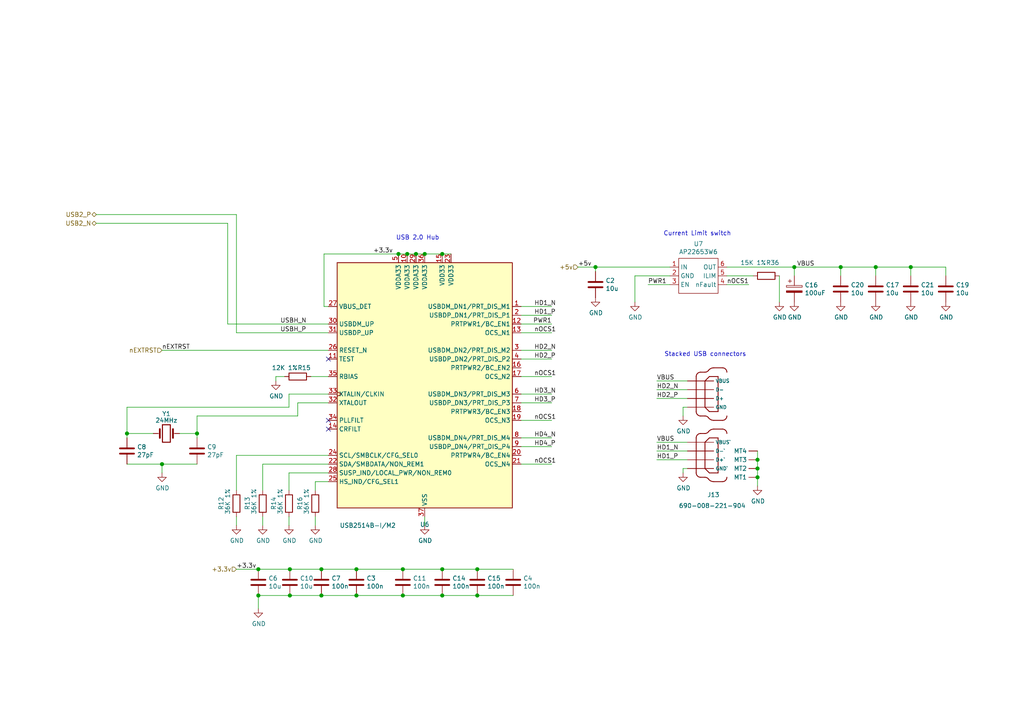
<source format=kicad_sch>
(kicad_sch (version 20210621) (generator eeschema)
  (paper "A4")
  (title_block (title "Compute Module 4 IO Board - USB") (rev "1") (company "(c) Raspberry Pi Trading 2020") (comment 1 "www.raspberrypi.org"))
  (lib_symbols
    (symbol "CM4IO:AP2553W6"
      (property "Reference" "U" (at 3.81 -6.35 0))
      (property "Value" "AP2553W6" (at -3.81 -6.35 0))
      (symbol "AP2553W6_0_0"
        (pin power_in line (at -8.89 2.54 0) (length 2.54) (name "IN") (number "1"))
        (pin power_out line (at -8.89 0 0) (length 2.54) (name "GND") (number "2"))
        (pin input line (at -8.89 -2.54 0) (length 2.54) (name "EN") (number "3"))
        (pin open_collector line (at 7.62 -2.54 180) (length 2.54) (name "nFault") (number "4"))
        (pin passive line (at 7.62 0 180) (length 2.54) (name "ILIM") (number "5"))
        (pin power_out line (at 7.62 2.54 180) (length 2.54) (name "OUT") (number "6"))
      )
      (symbol "AP2553W6_0_1"
        (rectangle (start -6.35 5.08) (end 5.08 -5.08))
      )
    )
    (symbol "CM4IO:USB_67298-4090" (pin_numbers hide)
      (property "Reference" "J" (at -5.08 21.6408 0))
      (property "Value" "USB_67298-4090" (at -5.08 -17.8054 0))
      (symbol "USB_67298-4090_0_0"
        (arc (start -5.08 -11.43) (end -3.81 -12.7) (radius (at -3.81 -11.43) (length 1.27) (angles 180 -90)) (stroke (width 0.254)))
        (arc (start -5.08 -1.27) (end -3.81 0) (radius (at -3.81 -1.27) (length 1.27) (angles 180 90)) (stroke (width 0.254)))
        (arc (start -5.08 6.35) (end -3.81 5.08) (radius (at -3.81 6.35) (length 1.27) (angles 180 -90)) (stroke (width 0.254)))
        (arc (start -5.08 16.51) (end -3.81 17.78) (radius (at -3.81 16.51) (length 1.27) (angles 180 90)) (stroke (width 0.254)))
        (arc (start -2.54 -12.7) (end -1.524 -13.208) (radius (at -2.54 -13.97) (length 1.27) (angles -143 -90)) (stroke (width 0.254)))
        (arc (start -2.54 0) (end -1.524 0.508) (radius (at -2.54 1.27) (length 1.27) (angles -90 -37)) (stroke (width 0.254)))
        (arc (start -2.54 5.08) (end -1.524 4.572) (radius (at -2.54 3.81) (length 1.27) (angles -143 -90)) (stroke (width 0.254)))
        (arc (start -2.54 17.78) (end -1.524 18.288) (radius (at -2.54 19.05) (length 1.27) (angles -90 -37)) (stroke (width 0.254)))
        (arc (start -1.524 -13.208) (end 0 -13.97) (radius (at 0 -12.065) (length 1.905) (angles -143 -90)) (stroke (width 0.254)))
        (arc (start -1.524 0.508) (end 0 1.27) (radius (at 0 -0.635) (length 1.905) (angles -90 -37)) (stroke (width 0.254)))
        (arc (start -1.524 4.572) (end 0 3.81) (radius (at 0 5.715) (length 1.905) (angles -143 -90)) (stroke (width 0.254)))
        (arc (start -1.524 18.288) (end 0 19.05) (radius (at 0 17.145) (length 1.905) (angles -90 -37)) (stroke (width 0.254)))
        (arc (start 2.54 -13.97) (end 3.81 -12.7) (radius (at 2.54 -12.7) (length 1.27) (angles -90 0)) (stroke (width 0.254)))
        (arc (start 2.54 1.27) (end 3.81 0) (radius (at 2.54 0) (length 1.27) (angles 90 0)) (stroke (width 0.254)))
        (arc (start 2.54 3.81) (end 3.81 5.08) (radius (at 2.54 5.08) (length 1.27) (angles -90 0)) (stroke (width 0.254)))
        (arc (start 2.54 19.05) (end 3.81 17.78) (radius (at 2.54 17.78) (length 1.27) (angles 90 0)) (stroke (width 0.254)))
        (polyline (pts (xy -5.08 -1.27) (xy -5.08 -11.43)) (stroke (width 0.254)))
        (polyline (pts (xy -5.08 16.51) (xy -5.08 6.35)) (stroke (width 0.254)))
        (polyline (pts (xy -3.81 -12.7) (xy -2.54 -12.7)) (stroke (width 0.254)))
        (polyline (pts (xy -3.81 0) (xy -2.54 0)) (stroke (width 0.254)))
        (polyline (pts (xy -3.81 5.08) (xy -2.54 5.08)) (stroke (width 0.254)))
        (polyline (pts (xy -3.81 17.78) (xy -2.54 17.78)) (stroke (width 0.254)))
        (polyline (pts (xy -2.54 -10.16) (xy -1.27 -11.43)) (stroke (width 0.254)))
        (polyline (pts (xy -2.54 -2.54) (xy -2.54 -10.16)) (stroke (width 0.254)))
        (polyline (pts (xy -2.54 7.62) (xy -1.27 6.35)) (stroke (width 0.254)))
        (polyline (pts (xy -2.54 15.24) (xy -2.54 7.62)) (stroke (width 0.254)))
        (polyline (pts (xy -1.27 -11.43) (xy 1.27 -11.43)) (stroke (width 0.254)))
        (polyline (pts (xy -1.27 -1.27) (xy -2.54 -2.54)) (stroke (width 0.254)))
        (polyline (pts (xy -1.27 6.35) (xy 1.27 6.35)) (stroke (width 0.254)))
        (polyline (pts (xy -1.27 16.51) (xy -2.54 15.24)) (stroke (width 0.254)))
        (polyline (pts (xy 0 -13.97) (xy 2.54 -13.97)) (stroke (width 0.254)))
        (polyline (pts (xy 0 1.27) (xy 2.54 1.27)) (stroke (width 0.254)))
        (polyline (pts (xy 0 3.81) (xy 2.54 3.81)) (stroke (width 0.254)))
        (polyline (pts (xy 0 19.05) (xy 2.54 19.05)) (stroke (width 0.254)))
        (polyline (pts (xy 1.27 -11.43) (xy 1.27 -1.27)) (stroke (width 0.254)))
        (polyline (pts (xy 1.27 -1.27) (xy -1.27 -1.27)) (stroke (width 0.254)))
        (polyline (pts (xy 1.27 6.35) (xy 1.27 16.51)) (stroke (width 0.254)))
        (polyline (pts (xy 1.27 16.51) (xy -1.27 16.51)) (stroke (width 0.254)))
        (pin power_in line (at -7.62 -2.54 0) (length 7.62) (name "VBUS`") (number "1"))
        (pin passive line (at -7.62 -5.08 0) (length 7.62) (name "D-`") (number "2"))
        (pin passive line (at -7.62 -7.62 0) (length 7.62) (name "D+`") (number "3"))
        (pin power_in line (at -7.62 -10.16 0) (length 7.62) (name "GND`") (number "4"))
        (pin power_in line (at -7.62 15.24 0) (length 7.62) (name "VBUS") (number "5"))
        (pin passive line (at -7.62 12.7 0) (length 7.62) (name "D-") (number "6"))
        (pin passive line (at -7.62 10.16 0) (length 7.62) (name "D+") (number "7"))
        (pin power_in line (at -7.62 7.62 0) (length 7.62) (name "GND") (number "8"))
        (pin passive line (at 12.7 -12.7 180) (length 2.54) (name "MT1") (number "MT1"))
        (pin passive line (at 12.7 -10.16 180) (length 2.54) (name "MT2") (number "MT2"))
        (pin passive line (at 12.7 -7.62 180) (length 2.54) (name "MT3") (number "MT3"))
        (pin passive line (at 12.7 -5.08 180) (length 2.54) (name "MT4") (number "MT4"))
      )
    )
    (symbol "Device:C" (pin_numbers hide) (pin_names (offset 0.254))
      (property "Reference" "C" (at 0.635 2.54 0))
      (property "Value" "C" (at 0.635 -2.54 0))
      (symbol "C_0_1"
        (polyline (pts (xy -2.032 -0.762) (xy 2.032 -0.762)) (stroke (width 0.508)))
        (polyline (pts (xy -2.032 0.762) (xy 2.032 0.762)) (stroke (width 0.508)))
      )
      (symbol "C_1_1"
        (pin passive line (at 0 3.81 270) (length 2.794) (name "~") (number "1"))
        (pin passive line (at 0 -3.81 90) (length 2.794) (name "~") (number "2"))
      )
    )
    (symbol "Device:CP" (pin_numbers hide) (pin_names (offset 0.254))
      (property "Reference" "C" (at 0.635 2.54 0))
      (property "Value" "CP" (at 0.635 -2.54 0))
      (symbol "CP_0_1"
        (rectangle (start -2.286 0.508) (end 2.286 1.016))
        (rectangle (start 2.286 -0.508) (end -2.286 -1.016) (fill (type outline)))
        (polyline (pts (xy -1.778 2.286) (xy -0.762 2.286)))
        (polyline (pts (xy -1.27 2.794) (xy -1.27 1.778)))
      )
      (symbol "CP_1_1"
        (pin passive line (at 0 3.81 270) (length 2.794) (name "~") (number "1"))
        (pin passive line (at 0 -3.81 90) (length 2.794) (name "~") (number "2"))
      )
    )
    (symbol "Device:Crystal" (pin_numbers hide) (pin_names hide)
      (property "Reference" "Y" (at 0 3.81 0))
      (property "Value" "Crystal" (at 0 -3.81 0))
      (symbol "Crystal_0_1"
        (rectangle (start -1.143 2.54) (end 1.143 -2.54) (stroke (width 0.3048)))
        (polyline (pts (xy -2.54 0) (xy -1.905 0)))
        (polyline (pts (xy -1.905 -1.27) (xy -1.905 1.27)) (stroke (width 0.508)))
        (polyline (pts (xy 1.905 -1.27) (xy 1.905 1.27)) (stroke (width 0.508)))
        (polyline (pts (xy 2.54 0) (xy 1.905 0)))
      )
      (symbol "Crystal_1_1"
        (pin passive line (at -3.81 0 0) (length 1.27) (name "1") (number "1"))
        (pin passive line (at 3.81 0 180) (length 1.27) (name "2") (number "2"))
      )
    )
    (symbol "Device:R" (pin_numbers hide) (pin_names (offset 0))
      (property "Reference" "R" (at 2.032 0 90))
      (property "Value" "R" (at 0 0 90))
      (symbol "R_0_1"
        (rectangle (start -1.016 -2.54) (end 1.016 2.54) (stroke (width 0.254)))
      )
      (symbol "R_1_1"
        (pin passive line (at 0 3.81 270) (length 1.27) (name "~") (number "1"))
        (pin passive line (at 0 -3.81 90) (length 1.27) (name "~") (number "2"))
      )
    )
    (symbol "Interface_USB:USB2514B_Bi"
      (property "Reference" "U" (at -17.78 40.64 0))
      (property "Value" "USB2514B_Bi" (at -20.32 38.1 0))
      (symbol "USB2514B_Bi_0_1"
        (rectangle (start -25.4 35.56) (end 25.4 -35.56) (stroke (width 0.254)) (fill (type background)))
      )
      (symbol "USB2514B_Bi_1_1"
        (pin bidirectional line (at 27.94 22.86 180) (length 2.54) (name "USBDM_DN1/PRT_DIS_M1") (number "1"))
        (pin power_in line (at -5.08 38.1 270) (length 2.54) (name "VDDA33") (number "10"))
        (pin input line (at -27.94 7.62 0) (length 2.54) (name "TEST") (number "11"))
        (pin bidirectional line (at 27.94 17.78 180) (length 2.54) (name "PRTPWR1/BC_EN1") (number "12"))
        (pin input line (at 27.94 15.24 180) (length 2.54) (name "OCS_N1") (number "13"))
        (pin input line (at -27.94 -12.7 0) (length 2.54) (name "CRFILT") (number "14"))
        (pin power_in line (at 5.08 38.1 270) (length 2.54) (name "VDD33") (number "15"))
        (pin bidirectional line (at 27.94 5.08 180) (length 2.54) (name "PRTPWR2/BC_EN2") (number "16"))
        (pin input line (at 27.94 2.54 180) (length 2.54) (name "OCS_N2") (number "17"))
        (pin bidirectional line (at 27.94 -7.62 180) (length 2.54) (name "PRTPWR3/BC_EN3") (number "18"))
        (pin input line (at 27.94 -10.16 180) (length 2.54) (name "OCS_N3") (number "19"))
        (pin bidirectional line (at 27.94 20.32 180) (length 2.54) (name "USBDP_DN1/PRT_DIS_P1") (number "2"))
        (pin bidirectional line (at 27.94 -20.32 180) (length 2.54) (name "PRTPWR4/BC_EN4") (number "20"))
        (pin input line (at 27.94 -22.86 180) (length 2.54) (name "OCS_N4") (number "21"))
        (pin bidirectional line (at -27.94 -22.86 0) (length 2.54) (name "SDA/SMBDATA/NON_REM1") (number "22"))
        (pin power_in line (at 7.62 38.1 270) (length 2.54) (name "VDD33") (number "23"))
        (pin bidirectional line (at -27.94 -20.32 0) (length 2.54) (name "SCL/SMBCLK/CFG_SEL0") (number "24"))
        (pin bidirectional line (at -27.94 -27.94 0) (length 2.54) (name "HS_IND/CFG_SEL1") (number "25"))
        (pin input line (at -27.94 10.16 0) (length 2.54) (name "RESET_N") (number "26"))
        (pin input line (at -27.94 22.86 0) (length 2.54) (name "VBUS_DET") (number "27"))
        (pin bidirectional line (at -27.94 -25.4 0) (length 2.54) (name "SUSP_IND/LOCAL_PWR/NON_REM0") (number "28"))
        (pin power_in line (at -2.54 38.1 270) (length 2.54) (name "VDDA33") (number "29"))
        (pin bidirectional line (at 27.94 10.16 180) (length 2.54) (name "USBDM_DN2/PRT_DIS_M2") (number "3"))
        (pin bidirectional line (at -27.94 17.78 0) (length 2.54) (name "USBDM_UP") (number "30"))
        (pin bidirectional line (at -27.94 15.24 0) (length 2.54) (name "USBDP_UP") (number "31"))
        (pin output line (at -27.94 -5.08 0) (length 2.54) (name "XTALOUT") (number "32"))
        (pin input clock (at -27.94 -2.54 0) (length 2.54) (name "XTALIN/CLKIN") (number "33"))
        (pin input line (at -27.94 -10.16 0) (length 2.54) (name "PLLFILT") (number "34"))
        (pin input line (at -27.94 2.54 0) (length 2.54) (name "RBIAS") (number "35"))
        (pin power_in line (at 0 38.1 270) (length 2.54) (name "VDDA33") (number "36"))
        (pin power_in line (at 0 -38.1 90) (length 2.54) (name "VSS") (number "37"))
        (pin bidirectional line (at 27.94 7.62 180) (length 2.54) (name "USBDP_DN2/PRT_DIS_P2") (number "4"))
        (pin power_in line (at -7.62 38.1 270) (length 2.54) (name "VDDA33") (number "5"))
        (pin bidirectional line (at 27.94 -2.54 180) (length 2.54) (name "USBDM_DN3/PRT_DIS_M3") (number "6"))
        (pin bidirectional line (at 27.94 -5.08 180) (length 2.54) (name "USBDP_DN3/PRT_DIS_P3") (number "7"))
        (pin bidirectional line (at 27.94 -15.24 180) (length 2.54) (name "USBDM_DN4/PRT_DIS_M4") (number "8"))
        (pin bidirectional line (at 27.94 -17.78 180) (length 2.54) (name "USBDP_DN4/PRT_DIS_P4") (number "9"))
      )
    )
    (symbol "power:GND" (power) (pin_names (offset 0))
      (property "Value" "GND" (at 0 -3.81 0))
      (symbol "GND_0_1"
        (polyline (pts (xy 0 0) (xy 0 -1.27) (xy 1.27 -1.27) (xy 0 -2.54) (xy -1.27 -1.27) (xy 0 -1.27)))
      )
      (symbol "GND_1_1"
        (pin power_in line (at 0 0 270) (length 0) hide (name "GND") (number "1"))
      )
    )
  )
  (junction (at 36.83 125.73) (diameter 1.016))
  (junction (at 46.99 134.62) (diameter 1.016))
  (junction (at 57.15 125.73) (diameter 1.016))
  (junction (at 74.93 165.1) (diameter 1.016))
  (junction (at 74.93 172.72) (diameter 1.016))
  (junction (at 84.074 165.1) (diameter 1.016))
  (junction (at 84.074 172.72) (diameter 1.016))
  (junction (at 93.218 165.1) (diameter 1.016))
  (junction (at 93.218 172.72) (diameter 1.016))
  (junction (at 103.378 165.1) (diameter 1.016))
  (junction (at 103.378 172.72) (diameter 1.016))
  (junction (at 115.57 73.66) (diameter 1.016))
  (junction (at 116.84 165.1) (diameter 1.016))
  (junction (at 116.84 172.72) (diameter 1.016))
  (junction (at 118.11 73.66) (diameter 1.016))
  (junction (at 120.65 73.66) (diameter 1.016))
  (junction (at 123.19 73.66) (diameter 1.016))
  (junction (at 128.27 73.66) (diameter 1.016))
  (junction (at 128.27 165.1) (diameter 1.016))
  (junction (at 128.27 172.72) (diameter 1.016))
  (junction (at 138.43 165.1) (diameter 1.016))
  (junction (at 138.43 172.72) (diameter 1.016))
  (junction (at 172.72 77.47) (diameter 1.016))
  (junction (at 219.71 133.35) (diameter 1.016))
  (junction (at 219.71 135.89) (diameter 1.016))
  (junction (at 219.71 138.43) (diameter 1.016))
  (junction (at 230.378 77.47) (diameter 1.016))
  (junction (at 243.84 77.47) (diameter 1.016))
  (junction (at 254 77.47) (diameter 1.016))
  (junction (at 264.16 77.47) (diameter 1.016))
  (no_connect (at 95.25 104.14))
  (no_connect (at 95.25 121.92))
  (no_connect (at 95.25 124.46))
  (wire (pts (xy 27.94 62.23) (xy 68.58 62.23)))
  (wire (pts (xy 27.94 64.77) (xy 66.04 64.77)))
  (wire (pts (xy 36.83 118.11) (xy 36.83 125.73)))
  (wire (pts (xy 36.83 125.73) (xy 44.45 125.73)))
  (wire (pts (xy 36.83 127) (xy 36.83 125.73)))
  (wire (pts (xy 36.83 134.62) (xy 46.99 134.62)))
  (wire (pts (xy 46.99 101.6) (xy 95.25 101.6)))
  (wire (pts (xy 46.99 134.62) (xy 46.99 137.16)))
  (wire (pts (xy 46.99 134.62) (xy 57.15 134.62)))
  (wire (pts (xy 52.07 125.73) (xy 57.15 125.73)))
  (wire (pts (xy 57.15 120.65) (xy 57.15 125.73)))
  (wire (pts (xy 57.15 125.73) (xy 57.15 127)))
  (wire (pts (xy 66.04 93.98) (xy 66.04 64.77)))
  (wire (pts (xy 66.04 93.98) (xy 95.25 93.98)))
  (wire (pts (xy 68.58 62.23) (xy 68.58 96.52)))
  (wire (pts (xy 68.58 96.52) (xy 95.25 96.52)))
  (wire (pts (xy 68.58 132.08) (xy 95.25 132.08)))
  (wire (pts (xy 68.58 142.24) (xy 68.58 132.08)))
  (wire (pts (xy 68.58 149.86) (xy 68.58 152.4)))
  (wire (pts (xy 68.58 165.1) (xy 74.93 165.1)))
  (wire (pts (xy 74.93 165.1) (xy 84.074 165.1)))
  (wire (pts (xy 74.93 172.72) (xy 84.074 172.72)))
  (wire (pts (xy 74.93 176.53) (xy 74.93 172.72)))
  (wire (pts (xy 76.2 134.62) (xy 95.25 134.62)))
  (wire (pts (xy 76.2 142.24) (xy 76.2 134.62)))
  (wire (pts (xy 76.2 149.86) (xy 76.2 152.4)))
  (wire (pts (xy 80.01 109.22) (xy 80.01 110.49)))
  (wire (pts (xy 82.55 109.22) (xy 80.01 109.22)))
  (wire (pts (xy 83.82 114.3) (xy 83.82 118.11)))
  (wire (pts (xy 83.82 114.3) (xy 95.25 114.3)))
  (wire (pts (xy 83.82 118.11) (xy 36.83 118.11)))
  (wire (pts (xy 83.82 137.16) (xy 95.25 137.16)))
  (wire (pts (xy 83.82 142.24) (xy 83.82 137.16)))
  (wire (pts (xy 83.82 149.86) (xy 83.82 152.4)))
  (wire (pts (xy 84.074 165.1) (xy 93.218 165.1)))
  (wire (pts (xy 84.074 172.72) (xy 93.218 172.72)))
  (wire (pts (xy 86.36 116.84) (xy 86.36 120.65)))
  (wire (pts (xy 86.36 120.65) (xy 57.15 120.65)))
  (wire (pts (xy 90.17 109.22) (xy 95.25 109.22)))
  (wire (pts (xy 91.44 139.7) (xy 95.25 139.7)))
  (wire (pts (xy 91.44 142.24) (xy 91.44 139.7)))
  (wire (pts (xy 91.44 149.86) (xy 91.44 152.4)))
  (wire (pts (xy 93.218 165.1) (xy 103.378 165.1)))
  (wire (pts (xy 93.218 172.72) (xy 103.378 172.72)))
  (wire (pts (xy 93.98 73.66) (xy 115.57 73.66)))
  (wire (pts (xy 93.98 88.9) (xy 93.98 73.66)))
  (wire (pts (xy 95.25 88.9) (xy 93.98 88.9)))
  (wire (pts (xy 95.25 116.84) (xy 86.36 116.84)))
  (wire (pts (xy 103.378 165.1) (xy 116.84 165.1)))
  (wire (pts (xy 103.378 172.72) (xy 116.84 172.72)))
  (wire (pts (xy 115.57 73.66) (xy 118.11 73.66)))
  (wire (pts (xy 116.84 165.1) (xy 128.27 165.1)))
  (wire (pts (xy 116.84 172.72) (xy 128.27 172.72)))
  (wire (pts (xy 118.11 73.66) (xy 120.65 73.66)))
  (wire (pts (xy 120.65 73.66) (xy 123.19 73.66)))
  (wire (pts (xy 123.19 73.66) (xy 128.27 73.66)))
  (wire (pts (xy 123.19 149.86) (xy 123.19 152.4)))
  (wire (pts (xy 128.27 73.66) (xy 130.81 73.66)))
  (wire (pts (xy 128.27 165.1) (xy 138.43 165.1)))
  (wire (pts (xy 128.27 172.72) (xy 138.43 172.72)))
  (wire (pts (xy 138.43 165.1) (xy 148.844 165.1)))
  (wire (pts (xy 138.43 172.72) (xy 148.844 172.72)))
  (wire (pts (xy 151.13 88.9) (xy 160.02 88.9)))
  (wire (pts (xy 151.13 91.44) (xy 160.02 91.44)))
  (wire (pts (xy 151.13 93.98) (xy 160.02 93.98)))
  (wire (pts (xy 151.13 96.52) (xy 160.02 96.52)))
  (wire (pts (xy 151.13 101.6) (xy 160.02 101.6)))
  (wire (pts (xy 151.13 104.14) (xy 160.02 104.14)))
  (wire (pts (xy 151.13 109.22) (xy 160.02 109.22)))
  (wire (pts (xy 151.13 114.3) (xy 160.02 114.3)))
  (wire (pts (xy 151.13 116.84) (xy 160.02 116.84)))
  (wire (pts (xy 151.13 121.92) (xy 160.02 121.92)))
  (wire (pts (xy 151.13 127) (xy 160.02 127)))
  (wire (pts (xy 151.13 129.54) (xy 160.02 129.54)))
  (wire (pts (xy 151.13 134.62) (xy 160.02 134.62)))
  (wire (pts (xy 167.64 77.47) (xy 172.72 77.47)))
  (wire (pts (xy 172.72 77.47) (xy 194.31 77.47)))
  (wire (pts (xy 172.72 78.74) (xy 172.72 77.47)))
  (wire (pts (xy 184.15 80.01) (xy 184.15 87.63)))
  (wire (pts (xy 187.96 82.55) (xy 194.31 82.55)))
  (wire (pts (xy 190.5 110.49) (xy 199.39 110.49)))
  (wire (pts (xy 190.5 113.03) (xy 199.39 113.03)))
  (wire (pts (xy 190.5 115.57) (xy 199.39 115.57)))
  (wire (pts (xy 190.5 128.27) (xy 199.39 128.27)))
  (wire (pts (xy 190.5 130.81) (xy 199.39 130.81)))
  (wire (pts (xy 190.5 133.35) (xy 199.39 133.35)))
  (wire (pts (xy 194.31 80.01) (xy 184.15 80.01)))
  (wire (pts (xy 198.12 118.11) (xy 198.12 120.65)))
  (wire (pts (xy 198.12 135.89) (xy 198.12 137.16)))
  (wire (pts (xy 199.39 118.11) (xy 198.12 118.11)))
  (wire (pts (xy 199.39 135.89) (xy 198.12 135.89)))
  (wire (pts (xy 210.82 77.47) (xy 230.378 77.47)))
  (wire (pts (xy 210.82 80.01) (xy 218.44 80.01)))
  (wire (pts (xy 210.82 82.55) (xy 217.17 82.55)))
  (wire (pts (xy 219.71 130.81) (xy 219.71 133.35)))
  (wire (pts (xy 219.71 133.35) (xy 219.71 135.89)))
  (wire (pts (xy 219.71 135.89) (xy 219.71 138.43)))
  (wire (pts (xy 219.71 138.43) (xy 219.71 140.97)))
  (wire (pts (xy 226.06 80.01) (xy 226.06 87.63)))
  (wire (pts (xy 230.378 77.47) (xy 230.378 80.01)))
  (wire (pts (xy 230.378 77.47) (xy 243.84 77.47)))
  (wire (pts (xy 243.84 77.47) (xy 254 77.47)))
  (wire (pts (xy 243.84 80.01) (xy 243.84 77.47)))
  (wire (pts (xy 254 77.47) (xy 254 80.01)))
  (wire (pts (xy 254 77.47) (xy 264.16 77.47)))
  (wire (pts (xy 264.16 77.47) (xy 264.16 80.01)))
  (wire (pts (xy 264.16 77.47) (xy 274.32 77.47)))
  (wire (pts (xy 274.32 80.01) (xy 274.32 77.47)))
  (text "USB 2.0 Hub" (at 127.4318 69.7992 180) (effects (font (size 1.27 1.27)) (justify right bottom)))
  (text "Current Limit switch" (at 212.09 68.58 180) (effects (font (size 1.27 1.27)) (justify right bottom)))
  (text "Stacked USB connectors" (at 216.4588 103.5812 180) (effects (font (size 1.27 1.27)) (justify right bottom)))
  (label "nEXTRST" (at 46.99 101.6 0))
  (label "+3.3v" (at 68.58 165.1 0))
  (label "USBH_N" (at 81.28 93.98 0))
  (label "USBH_P" (at 81.28 96.52 0))
  (label "+3.3v" (at 108.204 73.66 0))
  (label "HD1_N" (at 154.94 88.9 0))
  (label "HD1_P" (at 154.94 91.44 0))
  (label "nOCS1" (at 154.94 96.52 0))
  (label "HD2_N" (at 154.94 101.6 0))
  (label "HD2_P" (at 154.94 104.14 0))
  (label "nOCS1" (at 154.94 109.22 0))
  (label "HD3_N" (at 154.94 114.3 0))
  (label "HD3_P" (at 154.94 116.84 0))
  (label "nOCS1" (at 154.94 121.92 0))
  (label "HD4_N" (at 154.94 127 0))
  (label "HD4_P" (at 154.94 129.54 0))
  (label "nOCS1" (at 154.94 134.62 0))
  (label "PWR1" (at 160.02 93.98 180))
  (label "+5v" (at 167.64 77.47 0))
  (label "PWR1" (at 187.96 82.55 0))
  (label "VBUS" (at 190.5 110.49 0))
  (label "HD2_N" (at 190.5 113.03 0))
  (label "HD2_P" (at 190.5 115.57 0))
  (label "VBUS" (at 190.5 128.27 0))
  (label "HD1_N" (at 190.5 130.81 0))
  (label "HD1_P" (at 190.5 133.35 0))
  (label "nOCS1" (at 210.82 82.55 0))
  (label "VBUS" (at 231.14 77.47 0))
  (hierarchical_label "USB2_P" (shape bidirectional) (at 27.94 62.23 180))
  (hierarchical_label "USB2_N" (shape bidirectional) (at 27.94 64.77 180))
  (hierarchical_label "nEXTRST" (shape input) (at 46.99 101.6 180))
  (hierarchical_label "+3.3v" (shape input) (at 68.58 165.1 180))
  (hierarchical_label "+5v" (shape input) (at 167.64 77.47 180))
  (symbol (lib_id "power:GND") (at 46.99 137.16 0) (unit 1)
    (property "Reference" "#PWR07" (effects hide))
    (property "Value" "GND" (at 47.117 141.5542 0))
  )
  (symbol (lib_id "power:GND") (at 68.58 152.4 0) (unit 1)
    (property "Reference" "#PWR08" (effects hide))
    (property "Value" "GND" (at 68.707 156.7942 0))
  )
  (symbol (lib_id "power:GND") (at 74.93 176.53 0) (unit 1)
    (property "Reference" "#PWR06" (effects hide))
    (property "Value" "GND" (at 75.057 180.9242 0))
  )
  (symbol (lib_id "power:GND") (at 76.2 152.4 0) (unit 1)
    (property "Reference" "#PWR09" (effects hide))
    (property "Value" "GND" (at 76.327 156.7942 0))
  )
  (symbol (lib_id "power:GND") (at 80.01 110.49 0) (unit 1)
    (property "Reference" "#PWR010" (effects hide))
    (property "Value" "GND" (at 80.137 114.8842 0))
  )
  (symbol (lib_id "power:GND") (at 83.82 152.4 0) (unit 1)
    (property "Reference" "#PWR011" (effects hide))
    (property "Value" "GND" (at 83.947 156.7942 0))
  )
  (symbol (lib_id "power:GND") (at 91.44 152.4 0) (unit 1)
    (property "Reference" "#PWR012" (effects hide))
    (property "Value" "GND" (at 91.567 156.7942 0))
  )
  (symbol (lib_id "power:GND") (at 123.19 152.4 0) (unit 1)
    (property "Reference" "#PWR0142" (effects hide))
    (property "Value" "GND" (at 123.317 156.7942 0))
  )
  (symbol (lib_id "power:GND") (at 172.72 86.36 0) (unit 1)
    (property "Reference" "#PWR017" (effects hide))
    (property "Value" "GND" (at 172.847 90.7542 0))
  )
  (symbol (lib_id "power:GND") (at 184.15 87.63 0) (unit 1)
    (property "Reference" "#PWR014" (effects hide))
    (property "Value" "GND" (at 184.277 92.0242 0))
  )
  (symbol (lib_id "power:GND") (at 198.12 120.65 0) (unit 1)
    (property "Reference" "#PWR023" (effects hide))
    (property "Value" "GND" (at 198.247 125.0442 0))
  )
  (symbol (lib_id "power:GND") (at 198.12 137.16 0) (unit 1)
    (property "Reference" "#PWR024" (effects hide))
    (property "Value" "GND" (at 198.247 141.5542 0))
  )
  (symbol (lib_id "power:GND") (at 219.71 140.97 0) (unit 1)
    (property "Reference" "#PWR0114" (effects hide))
    (property "Value" "GND" (at 219.837 145.3642 0))
  )
  (symbol (lib_id "power:GND") (at 226.06 87.63 0) (unit 1)
    (property "Reference" "#PWR019" (effects hide))
    (property "Value" "GND" (at 226.187 92.0242 0))
  )
  (symbol (lib_id "power:GND") (at 230.378 87.63 0) (unit 1)
    (property "Reference" "#PWR01" (effects hide))
    (property "Value" "GND" (at 230.505 92.0242 0))
  )
  (symbol (lib_id "power:GND") (at 243.84 87.63 0) (unit 1)
    (property "Reference" "#PWR021" (effects hide))
    (property "Value" "GND" (at 243.967 92.0242 0))
  )
  (symbol (lib_id "power:GND") (at 254 87.63 0) (unit 1)
    (property "Reference" "#PWR018" (effects hide))
    (property "Value" "GND" (at 254.127 92.0242 0))
  )
  (symbol (lib_id "power:GND") (at 264.16 87.63 0) (unit 1)
    (property "Reference" "#PWR049" (effects hide))
    (property "Value" "GND" (at 264.287 92.0242 0))
  )
  (symbol (lib_id "power:GND") (at 274.32 87.63 0) (unit 1)
    (property "Reference" "#PWR050" (effects hide))
    (property "Value" "GND" (at 274.447 92.0242 0))
  )
  (symbol (lib_id "Device:R") (at 68.58 146.05 0) (unit 1)
    (property "Reference" "R12" (at 64.135 147.955 90) (effects (justify left)))
    (property "Value" "36K 1%" (at 66.04 149.225 90) (effects (justify left)))
    (property "Footprint" "Resistor_SMD:R_0402_1005Metric" (effects hide))
    (property "Datasheet" "https://fscdn.rohm.com/en/products/databook/datasheet/passive/resistor/chip_resistor/mcr-e.pdf" (effects hide))
    (property "Field4" "Farnell" (effects hide))
    (property "Field5" "1458788" (effects hide))
    (property "Field7" "Rohm" (effects hide))
    (property "Field6" "MCR01MZPF3602" (effects hide))
    (property "Part Description" "Resistor 36K M1005 1% 63mW" (effects hide))
  )
  (symbol (lib_id "Device:R") (at 76.2 146.05 0) (unit 1)
    (property "Reference" "R13" (at 71.755 147.955 90) (effects (justify left)))
    (property "Value" "36K 1%" (at 73.66 149.225 90) (effects (justify left)))
    (property "Footprint" "Resistor_SMD:R_0402_1005Metric" (effects hide))
    (property "Datasheet" "https://fscdn.rohm.com/en/products/databook/datasheet/passive/resistor/chip_resistor/mcr-e.pdf" (effects hide))
    (property "Field4" "Farnell" (effects hide))
    (property "Field5" "1458788" (effects hide))
    (property "Field7" "Rohm" (effects hide))
    (property "Field6" "MCR01MZPF3602" (effects hide))
    (property "Part Description" "Resistor 36K M1005 1% 63mW" (effects hide))
  )
  (symbol (lib_id "Device:R") (at 83.82 146.05 0) (unit 1)
    (property "Reference" "R14" (at 79.375 147.955 90) (effects (justify left)))
    (property "Value" "36K 1%" (at 81.28 149.225 90) (effects (justify left)))
    (property "Footprint" "Resistor_SMD:R_0402_1005Metric" (effects hide))
    (property "Datasheet" "https://fscdn.rohm.com/en/products/databook/datasheet/passive/resistor/chip_resistor/mcr-e.pdf" (effects hide))
    (property "Field4" "Farnell" (effects hide))
    (property "Field5" "1458788" (effects hide))
    (property "Field7" "Rohm" (effects hide))
    (property "Field6" "MCR01MZPF3602" (effects hide))
    (property "Part Description" "Resistor 36K M1005 1% 63mW" (effects hide))
  )
  (symbol (lib_id "Device:R") (at 86.36 109.22 90) (unit 1)
    (property "Reference" "R15" (at 90.17 106.68 90) (effects (justify left)))
    (property "Value" "12K 1%" (at 86.36 106.68 90) (effects (justify left)))
    (property "Footprint" "Resistor_SMD:R_0402_1005Metric" (effects hide))
    (property "Datasheet" "https://fscdn.rohm.com/en/products/databook/datasheet/passive/resistor/chip_resistor/mcr-e.pdf" (effects hide))
    (property "Field4" "Farnell" (effects hide))
    (property "Field5" "9239367" (effects hide))
    (property "Field7" "Rohm" (effects hide))
    (property "Field6" "MCR01MZPF1202" (effects hide))
    (property "Part Description" "Resistor 12K M1005 1% 63mW" (effects hide))
  )
  (symbol (lib_id "Device:R") (at 91.44 146.05 0) (unit 1)
    (property "Reference" "R16" (at 86.995 147.955 90) (effects (justify left)))
    (property "Value" "36K 1%" (at 88.9 149.225 90) (effects (justify left)))
    (property "Footprint" "Resistor_SMD:R_0402_1005Metric" (effects hide))
    (property "Datasheet" "https://fscdn.rohm.com/en/products/databook/datasheet/passive/resistor/chip_resistor/mcr-e.pdf" (effects hide))
    (property "Field4" "Farnell" (effects hide))
    (property "Field5" "1458788" (effects hide))
    (property "Field7" "Rohm" (effects hide))
    (property "Field6" "MCR01MZPF3602" (effects hide))
    (property "Part Description" "Resistor 36K M1005 1% 63mW" (effects hide))
  )
  (symbol (lib_id "Device:R") (at 222.25 80.01 90) (unit 1)
    (property "Reference" "R36" (at 226.06 76.2 90) (effects (justify left)))
    (property "Value" "15K 1%" (at 222.25 76.2 90) (effects (justify left)))
    (property "Footprint" "Resistor_SMD:R_0402_1005Metric" (effects hide))
    (property "Datasheet" "https://fscdn.rohm.com/en/products/databook/datasheet/passive/resistor/chip_resistor/mcr-e.pdf" (effects hide))
    (property "Field4" "Farnell" (effects hide))
    (property "Field5" "9239375" (effects hide))
    (property "Field6" "MCR01MZPF1502" (effects hide))
    (property "Field7" "Rohm" (effects hide))
    (property "Part Description" "Resistor 15K M1005 1% 63mW" (effects hide))
    (property "Field8" "120891581" (effects hide))
  )
  (symbol (lib_id "Device:C") (at 36.83 130.81 0) (unit 1)
    (property "Reference" "C8" (at 39.751 129.6416 0) (effects (justify left)))
    (property "Value" "27pF" (at 39.751 131.953 0) (effects (justify left)))
    (property "Footprint" "Capacitor_SMD:C_0402_1005Metric" (effects hide))
    (property "Datasheet" "https://search.murata.co.jp/Ceramy/image/img/A01X/G101/ENG/GJM1555C1H270JB01-01.pdf" (effects hide))
    (property "Field8" "UCAP00738 " (effects hide))
    (property "Field5" "490-17672-1-ND" (effects hide))
    (property "Field6" "GJM1555C1H270JB01D" (effects hide))
    (property "Field7" "Murata" (effects hide))
    (property "Part Description" "	27pF 5% 50V Ceramic Capacitor C0G, NP0 0402 (1005 Metric)" (effects hide))
    (property "Field4" "Digikey" (effects hide))
  )
  (symbol (lib_id "Device:C") (at 57.15 130.81 0) (unit 1)
    (property "Reference" "C9" (at 60.071 129.6416 0) (effects (justify left)))
    (property "Value" "27pF" (at 60.071 131.953 0) (effects (justify left)))
    (property "Footprint" "Capacitor_SMD:C_0402_1005Metric" (effects hide))
    (property "Datasheet" "https://search.murata.co.jp/Ceramy/image/img/A01X/G101/ENG/GJM1555C1H270JB01-01.pdf" (effects hide))
    (property "Field8" "UCAP00738 " (effects hide))
    (property "Field5" "490-17672-1-ND" (effects hide))
    (property "Field6" "GJM1555C1H270JB01D" (effects hide))
    (property "Field7" "Murata" (effects hide))
    (property "Part Description" "	27pF 5% 50V Ceramic Capacitor C0G, NP0 0402 (1005 Metric)" (effects hide))
    (property "Field4" "Digikey" (effects hide))
  )
  (symbol (lib_id "Device:C") (at 74.93 168.91 0) (unit 1)
    (property "Reference" "C6" (at 77.851 167.7416 0) (effects (justify left)))
    (property "Value" "10u" (at 77.851 170.053 0) (effects (justify left)))
    (property "Footprint" "Capacitor_SMD:C_0805_2012Metric" (effects hide))
    (property "Datasheet" "https://search.murata.co.jp/Ceramy/image/img/A01X/G101/ENG/GRM21BR71A106KA73-01.pdf" (effects hide))
    (property "Field5" "490-14381-1-ND" (effects hide))
    (property "Field4" "Digikey" (effects hide))
    (property "Field6" "GRM21BR71A106KA73L" (effects hide))
    (property "Field7" "Murata" (effects hide))
    (property "Part Description" "	10uF 10% 10V Ceramic Capacitor X7R 0805 (2012 Metric)" (effects hide))
    (property "Field8" "111893011" (effects hide))
  )
  (symbol (lib_id "Device:C") (at 84.074 168.91 0) (unit 1)
    (property "Reference" "C10" (at 86.995 167.7416 0) (effects (justify left)))
    (property "Value" "10u" (at 86.995 170.053 0) (effects (justify left)))
    (property "Footprint" "Capacitor_SMD:C_0805_2012Metric" (effects hide))
    (property "Datasheet" "https://search.murata.co.jp/Ceramy/image/img/A01X/G101/ENG/GRM21BR71A106KA73-01.pdf" (effects hide))
    (property "Field5" "490-14381-1-ND" (effects hide))
    (property "Field4" "Digikey" (effects hide))
    (property "Field6" "GRM21BR71A106KA73L" (effects hide))
    (property "Field7" "Murata" (effects hide))
    (property "Part Description" "	10uF 10% 10V Ceramic Capacitor X7R 0805 (2012 Metric)" (effects hide))
    (property "Field8" "111893011" (effects hide))
  )
  (symbol (lib_id "Device:C") (at 93.218 168.91 0) (unit 1)
    (property "Reference" "C7" (at 96.139 167.7416 0) (effects (justify left)))
    (property "Value" "100n" (at 96.139 170.053 0) (effects (justify left)))
    (property "Footprint" "Capacitor_SMD:C_0402_1005Metric" (effects hide))
    (property "Datasheet" "https://search.murata.co.jp/Ceramy/image/img/A01X/G101/ENG/GRM155R71C104KA88-01.pdf" (effects hide))
    (property "Field4" "Farnell" (effects hide))
    (property "Field5" "2611911" (effects hide))
    (property "Field6" "RM EMK105 B7104KV-F" (effects hide))
    (property "Field7" "TAIYO YUDEN EUROPE GMBH" (effects hide))
    (property "Part Description" "	0.1uF 10% 16V Ceramic Capacitor X7R 0402 (1005 Metric)" (effects hide))
    (property "Field8" "110091611" (effects hide))
  )
  (symbol (lib_id "Device:C") (at 103.378 168.91 0) (unit 1)
    (property "Reference" "C3" (at 106.299 167.7416 0) (effects (justify left)))
    (property "Value" "100n" (at 106.299 170.053 0) (effects (justify left)))
    (property "Footprint" "Capacitor_SMD:C_0402_1005Metric" (effects hide))
    (property "Datasheet" "https://search.murata.co.jp/Ceramy/image/img/A01X/G101/ENG/GRM155R71C104KA88-01.pdf" (effects hide))
    (property "Field4" "Farnell" (effects hide))
    (property "Field5" "2611911" (effects hide))
    (property "Field6" "RM EMK105 B7104KV-F" (effects hide))
    (property "Field7" "TAIYO YUDEN EUROPE GMBH" (effects hide))
    (property "Part Description" "	0.1uF 10% 16V Ceramic Capacitor X7R 0402 (1005 Metric)" (effects hide))
    (property "Field8" "110091611" (effects hide))
  )
  (symbol (lib_id "Device:C") (at 116.84 168.91 0) (unit 1)
    (property "Reference" "C11" (at 119.761 167.7416 0) (effects (justify left)))
    (property "Value" "100n" (at 119.761 170.053 0) (effects (justify left)))
    (property "Footprint" "Capacitor_SMD:C_0402_1005Metric" (effects hide))
    (property "Datasheet" "https://search.murata.co.jp/Ceramy/image/img/A01X/G101/ENG/GRM155R71C104KA88-01.pdf" (effects hide))
    (property "Field4" "Farnell" (effects hide))
    (property "Field5" "2611911" (effects hide))
    (property "Field6" "RM EMK105 B7104KV-F" (effects hide))
    (property "Field7" "TAIYO YUDEN EUROPE GMBH" (effects hide))
    (property "Part Description" "	0.1uF 10% 16V Ceramic Capacitor X7R 0402 (1005 Metric)" (effects hide))
    (property "Field8" "110091611" (effects hide))
  )
  (symbol (lib_id "Device:C") (at 128.27 168.91 0) (unit 1)
    (property "Reference" "C14" (at 131.191 167.7416 0) (effects (justify left)))
    (property "Value" "100n" (at 131.191 170.053 0) (effects (justify left)))
    (property "Footprint" "Capacitor_SMD:C_0402_1005Metric" (effects hide))
    (property "Datasheet" "https://search.murata.co.jp/Ceramy/image/img/A01X/G101/ENG/GRM155R71C104KA88-01.pdf" (effects hide))
    (property "Field4" "Farnell" (effects hide))
    (property "Field5" "2611911" (effects hide))
    (property "Field6" "RM EMK105 B7104KV-F" (effects hide))
    (property "Field7" "TAIYO YUDEN EUROPE GMBH" (effects hide))
    (property "Part Description" "	0.1uF 10% 16V Ceramic Capacitor X7R 0402 (1005 Metric)" (effects hide))
    (property "Field8" "110091611" (effects hide))
  )
  (symbol (lib_id "Device:C") (at 138.43 168.91 0) (unit 1)
    (property "Reference" "C15" (at 141.351 167.7416 0) (effects (justify left)))
    (property "Value" "100n" (at 141.351 170.053 0) (effects (justify left)))
    (property "Footprint" "Capacitor_SMD:C_0402_1005Metric" (effects hide))
    (property "Datasheet" "https://search.murata.co.jp/Ceramy/image/img/A01X/G101/ENG/GRM155R71C104KA88-01.pdf" (effects hide))
    (property "Field4" "Farnell" (effects hide))
    (property "Field5" "2611911" (effects hide))
    (property "Field6" "RM EMK105 B7104KV-F" (effects hide))
    (property "Field7" "TAIYO YUDEN EUROPE GMBH" (effects hide))
    (property "Part Description" "	0.1uF 10% 16V Ceramic Capacitor X7R 0402 (1005 Metric)" (effects hide))
    (property "Field8" "110091611" (effects hide))
  )
  (symbol (lib_id "Device:C") (at 148.844 168.91 0) (unit 1)
    (property "Reference" "C4" (at 151.765 167.7416 0) (effects (justify left)))
    (property "Value" "100n" (at 151.765 170.053 0) (effects (justify left)))
    (property "Footprint" "Capacitor_SMD:C_0402_1005Metric" (effects hide))
    (property "Datasheet" "https://search.murata.co.jp/Ceramy/image/img/A01X/G101/ENG/GRM155R71C104KA88-01.pdf" (effects hide))
    (property "Field4" "Farnell" (effects hide))
    (property "Field5" "2611911" (effects hide))
    (property "Field6" "RM EMK105 B7104KV-F" (effects hide))
    (property "Field7" "TAIYO YUDEN EUROPE GMBH" (effects hide))
    (property "Part Description" "	0.1uF 10% 16V Ceramic Capacitor X7R 0402 (1005 Metric)" (effects hide))
    (property "Field8" "110091611" (effects hide))
  )
  (symbol (lib_id "Device:C") (at 172.72 82.55 0) (unit 1)
    (property "Reference" "C2" (at 175.641 81.3816 0) (effects (justify left)))
    (property "Value" "10u" (at 175.641 83.693 0) (effects (justify left)))
    (property "Footprint" "Capacitor_SMD:C_0805_2012Metric" (effects hide))
    (property "Datasheet" "https://search.murata.co.jp/Ceramy/image/img/A01X/G101/ENG/GRM21BR71A106KA73-01.pdf" (effects hide))
    (property "Field5" "490-14381-1-ND" (effects hide))
    (property "Field4" "Digikey" (effects hide))
    (property "Field6" "GRM21BR71A106KA73L" (effects hide))
    (property "Field7" "Murata" (effects hide))
    (property "Part Description" "	10uF 10% 10V Ceramic Capacitor X7R 0805 (2012 Metric)" (effects hide))
    (property "Field8" "111893011" (effects hide))
  )
  (symbol (lib_id "Device:CP") (at 230.378 83.82 0) (unit 1)
    (property "Reference" "C16" (at 233.3752 82.677 0) (effects (justify left)))
    (property "Value" "100uF" (at 233.3752 84.963 0) (effects (justify left)))
    (property "Footprint" "Capacitor_Tantalum_SMD:CP_EIA-7343-31_Kemet-D" (effects hide))
    (property "Field4" "Mouser" (effects hide))
    (property "Field5" "667-EEF-CX0J101R" (effects hide))
    (property "Part Description" "Capacitor, SP-Cap, 100u, 6.3V, 15mR ESR" (effects hide))
  )
  (symbol (lib_id "Device:C") (at 243.84 83.82 0) (unit 1)
    (property "Reference" "C20" (at 246.761 82.6516 0) (effects (justify left)))
    (property "Value" "10u" (at 246.761 84.963 0) (effects (justify left)))
    (property "Footprint" "Capacitor_SMD:C_0805_2012Metric" (effects hide))
    (property "Datasheet" "https://search.murata.co.jp/Ceramy/image/img/A01X/G101/ENG/GRM21BR71A106KA73-01.pdf" (effects hide))
    (property "Field5" "490-14381-1-ND" (effects hide))
    (property "Field4" "Digikey" (effects hide))
    (property "Field6" "GRM21BR71A106KA73L" (effects hide))
    (property "Field7" "Murata" (effects hide))
    (property "Part Description" "	10uF 10% 10V Ceramic Capacitor X7R 0805 (2012 Metric)" (effects hide))
    (property "Field8" "111893011" (effects hide))
  )
  (symbol (lib_id "Device:C") (at 254 83.82 0) (unit 1)
    (property "Reference" "C17" (at 256.921 82.6516 0) (effects (justify left)))
    (property "Value" "10u" (at 256.921 84.963 0) (effects (justify left)))
    (property "Footprint" "Capacitor_SMD:C_0805_2012Metric" (effects hide))
    (property "Datasheet" "https://search.murata.co.jp/Ceramy/image/img/A01X/G101/ENG/GRM21BR71A106KA73-01.pdf" (effects hide))
    (property "Field5" "490-14381-1-ND" (effects hide))
    (property "Field4" "Digikey" (effects hide))
    (property "Field6" "GRM21BR71A106KA73L" (effects hide))
    (property "Field7" "Murata" (effects hide))
    (property "Part Description" "	10uF 10% 10V Ceramic Capacitor X7R 0805 (2012 Metric)" (effects hide))
    (property "Field8" "111893011" (effects hide))
  )
  (symbol (lib_id "Device:C") (at 264.16 83.82 0) (unit 1)
    (property "Reference" "C21" (at 267.081 82.6516 0) (effects (justify left)))
    (property "Value" "10u" (at 267.081 84.963 0) (effects (justify left)))
    (property "Footprint" "Capacitor_SMD:C_0805_2012Metric" (effects hide))
    (property "Datasheet" "https://search.murata.co.jp/Ceramy/image/img/A01X/G101/ENG/GRM21BR71A106KA73-01.pdf" (effects hide))
    (property "Field5" "490-14381-1-ND" (effects hide))
    (property "Field4" "Digikey" (effects hide))
    (property "Field6" "GRM21BR71A106KA73L" (effects hide))
    (property "Field7" "Murata" (effects hide))
    (property "Part Description" "	10uF 10% 10V Ceramic Capacitor X7R 0805 (2012 Metric)" (effects hide))
    (property "Field8" "111893011" (effects hide))
  )
  (symbol (lib_id "Device:C") (at 274.32 83.82 0) (unit 1)
    (property "Reference" "C19" (at 277.241 82.6516 0) (effects (justify left)))
    (property "Value" "10u" (at 277.241 84.963 0) (effects (justify left)))
    (property "Footprint" "Capacitor_SMD:C_0805_2012Metric" (effects hide))
    (property "Datasheet" "https://search.murata.co.jp/Ceramy/image/img/A01X/G101/ENG/GRM21BR71A106KA73-01.pdf" (effects hide))
    (property "Field5" "490-14381-1-ND" (effects hide))
    (property "Field4" "Digikey" (effects hide))
    (property "Field6" "GRM21BR71A106KA73L" (effects hide))
    (property "Field7" "Murata" (effects hide))
    (property "Part Description" "	10uF 10% 10V Ceramic Capacitor X7R 0805 (2012 Metric)" (effects hide))
    (property "Field8" "111893011" (effects hide))
  )
  (symbol (lib_id "Device:Crystal") (at 48.26 125.73 0) (unit 1)
    (property "Reference" "Y1" (at 48.26 120.015 0))
    (property "Value" "24MHz" (at 48.26 121.92 0))
    (property "Footprint" "Crystal:Crystal_SMD_HC49-SD" (effects hide))
    (property "Field4" "Farnell" (effects hide))
    (property "Field5" "2508493" (effects hide))
    (property "Field7" "AEL" (effects hide))
    (property "Field6" "X24M000000S128" (effects hide))
    (property "Part Description" "24MHz Crystal 18pf 30ppm 30ppm" (effects hide))
  )
  (symbol (lib_id "CM4IO:AP2553W6") (at 203.2 80.01 0) (unit 1)
    (property "Reference" "U7" (at 202.565 70.739 0))
    (property "Value" "AP22653W6" (at 202.565 73.0504 0))
    (property "Footprint" "Package_TO_SOT_SMD:SOT-23-6" (effects hide))
    (property "Datasheet" "https://www.diodes.com/assets/Datasheets/AP255x.pdf" (effects hide))
    (property "Field4" "Digikey" (effects hide))
    (property "Field5" "	31-AP22653W6-7CT-ND" (effects hide))
    (property "Field6" "AP22653W6" (effects hide))
    (property "Field7" "Diodes" (effects hide))
    (property "Part Description" "	Power Switch/Driver 1:1 P-Channel 2.1A SOT-23-6" (effects hide))
  )
  (symbol (lib_id "CM4IO:USB_67298-4090") (at 207.01 125.73 0) (unit 1)
    (property "Reference" "J13" (at 205.105 143.51 0) (effects (justify left)))
    (property "Value" "690-008-221-904" (at 196.85 146.685 0) (effects (justify left)))
    (property "Footprint" "CM4IO:MOLEX_USB_67298-4090" (effects hide))
    (property "Datasheet" "https://www.molex.com/pdm_docs/sd/672984090_sd.pdf" (effects hide))
    (property "Field4" "Farnell" (effects hide))
    (property "Field5" "	2751688" (effects hide))
    (property "Field6" "690-008-221-904" (effects hide))
    (property "Field7" "EDAC" (effects hide))
    (property "Field8" "UCON00727" (effects hide))
    (property "Part Description" "USB-A (USB TYPE-A), Stacked Receptacle Connector 8 Position Through Hole, Right Angle" (effects hide))
  )
  (symbol (lib_id "Interface_USB:USB2514B_Bi") (at 123.19 111.76 0) (unit 1)
    (property "Reference" "U6" (at 123.19 152.1206 0))
    (property "Value" "USB2514B-I/M2" (at 106.68 152.4 0))
    (property "Footprint" "Package_DFN_QFN:QFN-36-1EP_6x6mm_P0.5mm_EP3.7x3.7mm" (effects hide))
    (property "Datasheet" "http://ww1.microchip.com/downloads/en/DeviceDoc/00001692C.pdf" (effects hide))
    (property "Field4" "Farnell" (effects hide))
    (property "Field5" "2775060" (effects hide))
    (property "Field6" "USB2514B-I/M2" (effects hide))
    (property "Field7" "Microchip" (effects hide))
    (property "Part Description" "	USB Hub Controller USB Interface 36-SQFN (6x6)" (effects hide))
    (property "Field8" "UICC00931" (effects hide))
  )
)
</source>
